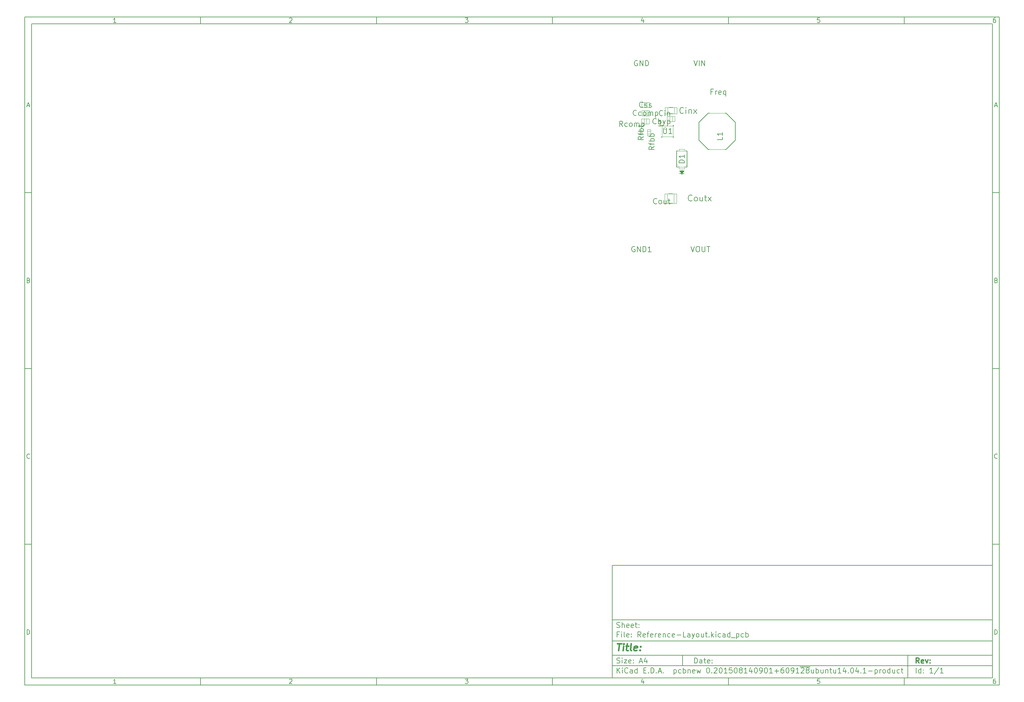
<source format=gbr>
G04 #@! TF.FileFunction,Legend,Top*
%FSLAX46Y46*%
G04 Gerber Fmt 4.6, Leading zero omitted, Abs format (unit mm)*
G04 Created by KiCad (PCBNEW 0.201508140901+6091~28~ubuntu14.04.1-product) date Tue 03 Nov 2015 04:29:36 AM PST*
%MOMM*%
G01*
G04 APERTURE LIST*
%ADD10C,0.076200*%
%ADD11C,0.150000*%
%ADD12C,0.300000*%
%ADD13C,0.400000*%
%ADD14C,0.142240*%
%ADD15C,0.152400*%
%ADD16C,0.100000*%
%ADD17C,0.200000*%
%ADD18C,0.101600*%
G04 APERTURE END LIST*
D10*
D11*
X177002200Y-166007200D02*
X177002200Y-198007200D01*
X285002200Y-198007200D01*
X285002200Y-166007200D01*
X177002200Y-166007200D01*
D10*
D11*
X10000000Y-10000000D02*
X10000000Y-200007200D01*
X287002200Y-200007200D01*
X287002200Y-10000000D01*
X10000000Y-10000000D01*
D10*
D11*
X12000000Y-12000000D02*
X12000000Y-198007200D01*
X285002200Y-198007200D01*
X285002200Y-12000000D01*
X12000000Y-12000000D01*
D10*
D11*
X60000000Y-12000000D02*
X60000000Y-10000000D01*
D10*
D11*
X110000000Y-12000000D02*
X110000000Y-10000000D01*
D10*
D11*
X160000000Y-12000000D02*
X160000000Y-10000000D01*
D10*
D11*
X210000000Y-12000000D02*
X210000000Y-10000000D01*
D10*
D11*
X260000000Y-12000000D02*
X260000000Y-10000000D01*
D10*
D11*
X35990476Y-11588095D02*
X35247619Y-11588095D01*
X35619048Y-11588095D02*
X35619048Y-10288095D01*
X35495238Y-10473810D01*
X35371429Y-10597619D01*
X35247619Y-10659524D01*
D10*
D11*
X85247619Y-10411905D02*
X85309524Y-10350000D01*
X85433333Y-10288095D01*
X85742857Y-10288095D01*
X85866667Y-10350000D01*
X85928571Y-10411905D01*
X85990476Y-10535714D01*
X85990476Y-10659524D01*
X85928571Y-10845238D01*
X85185714Y-11588095D01*
X85990476Y-11588095D01*
D10*
D11*
X135185714Y-10288095D02*
X135990476Y-10288095D01*
X135557143Y-10783333D01*
X135742857Y-10783333D01*
X135866667Y-10845238D01*
X135928571Y-10907143D01*
X135990476Y-11030952D01*
X135990476Y-11340476D01*
X135928571Y-11464286D01*
X135866667Y-11526190D01*
X135742857Y-11588095D01*
X135371429Y-11588095D01*
X135247619Y-11526190D01*
X135185714Y-11464286D01*
D10*
D11*
X185866667Y-10721429D02*
X185866667Y-11588095D01*
X185557143Y-10226190D02*
X185247619Y-11154762D01*
X186052381Y-11154762D01*
D10*
D11*
X235928571Y-10288095D02*
X235309524Y-10288095D01*
X235247619Y-10907143D01*
X235309524Y-10845238D01*
X235433333Y-10783333D01*
X235742857Y-10783333D01*
X235866667Y-10845238D01*
X235928571Y-10907143D01*
X235990476Y-11030952D01*
X235990476Y-11340476D01*
X235928571Y-11464286D01*
X235866667Y-11526190D01*
X235742857Y-11588095D01*
X235433333Y-11588095D01*
X235309524Y-11526190D01*
X235247619Y-11464286D01*
D10*
D11*
X285866667Y-10288095D02*
X285619048Y-10288095D01*
X285495238Y-10350000D01*
X285433333Y-10411905D01*
X285309524Y-10597619D01*
X285247619Y-10845238D01*
X285247619Y-11340476D01*
X285309524Y-11464286D01*
X285371429Y-11526190D01*
X285495238Y-11588095D01*
X285742857Y-11588095D01*
X285866667Y-11526190D01*
X285928571Y-11464286D01*
X285990476Y-11340476D01*
X285990476Y-11030952D01*
X285928571Y-10907143D01*
X285866667Y-10845238D01*
X285742857Y-10783333D01*
X285495238Y-10783333D01*
X285371429Y-10845238D01*
X285309524Y-10907143D01*
X285247619Y-11030952D01*
D10*
D11*
X60000000Y-198007200D02*
X60000000Y-200007200D01*
D10*
D11*
X110000000Y-198007200D02*
X110000000Y-200007200D01*
D10*
D11*
X160000000Y-198007200D02*
X160000000Y-200007200D01*
D10*
D11*
X210000000Y-198007200D02*
X210000000Y-200007200D01*
D10*
D11*
X260000000Y-198007200D02*
X260000000Y-200007200D01*
D10*
D11*
X35990476Y-199595295D02*
X35247619Y-199595295D01*
X35619048Y-199595295D02*
X35619048Y-198295295D01*
X35495238Y-198481010D01*
X35371429Y-198604819D01*
X35247619Y-198666724D01*
D10*
D11*
X85247619Y-198419105D02*
X85309524Y-198357200D01*
X85433333Y-198295295D01*
X85742857Y-198295295D01*
X85866667Y-198357200D01*
X85928571Y-198419105D01*
X85990476Y-198542914D01*
X85990476Y-198666724D01*
X85928571Y-198852438D01*
X85185714Y-199595295D01*
X85990476Y-199595295D01*
D10*
D11*
X135185714Y-198295295D02*
X135990476Y-198295295D01*
X135557143Y-198790533D01*
X135742857Y-198790533D01*
X135866667Y-198852438D01*
X135928571Y-198914343D01*
X135990476Y-199038152D01*
X135990476Y-199347676D01*
X135928571Y-199471486D01*
X135866667Y-199533390D01*
X135742857Y-199595295D01*
X135371429Y-199595295D01*
X135247619Y-199533390D01*
X135185714Y-199471486D01*
D10*
D11*
X185866667Y-198728629D02*
X185866667Y-199595295D01*
X185557143Y-198233390D02*
X185247619Y-199161962D01*
X186052381Y-199161962D01*
D10*
D11*
X235928571Y-198295295D02*
X235309524Y-198295295D01*
X235247619Y-198914343D01*
X235309524Y-198852438D01*
X235433333Y-198790533D01*
X235742857Y-198790533D01*
X235866667Y-198852438D01*
X235928571Y-198914343D01*
X235990476Y-199038152D01*
X235990476Y-199347676D01*
X235928571Y-199471486D01*
X235866667Y-199533390D01*
X235742857Y-199595295D01*
X235433333Y-199595295D01*
X235309524Y-199533390D01*
X235247619Y-199471486D01*
D10*
D11*
X285866667Y-198295295D02*
X285619048Y-198295295D01*
X285495238Y-198357200D01*
X285433333Y-198419105D01*
X285309524Y-198604819D01*
X285247619Y-198852438D01*
X285247619Y-199347676D01*
X285309524Y-199471486D01*
X285371429Y-199533390D01*
X285495238Y-199595295D01*
X285742857Y-199595295D01*
X285866667Y-199533390D01*
X285928571Y-199471486D01*
X285990476Y-199347676D01*
X285990476Y-199038152D01*
X285928571Y-198914343D01*
X285866667Y-198852438D01*
X285742857Y-198790533D01*
X285495238Y-198790533D01*
X285371429Y-198852438D01*
X285309524Y-198914343D01*
X285247619Y-199038152D01*
D10*
D11*
X10000000Y-60000000D02*
X12000000Y-60000000D01*
D10*
D11*
X10000000Y-110000000D02*
X12000000Y-110000000D01*
D10*
D11*
X10000000Y-160000000D02*
X12000000Y-160000000D01*
D10*
D11*
X10690476Y-35216667D02*
X11309524Y-35216667D01*
X10566667Y-35588095D02*
X11000000Y-34288095D01*
X11433333Y-35588095D01*
D10*
D11*
X11092857Y-84907143D02*
X11278571Y-84969048D01*
X11340476Y-85030952D01*
X11402381Y-85154762D01*
X11402381Y-85340476D01*
X11340476Y-85464286D01*
X11278571Y-85526190D01*
X11154762Y-85588095D01*
X10659524Y-85588095D01*
X10659524Y-84288095D01*
X11092857Y-84288095D01*
X11216667Y-84350000D01*
X11278571Y-84411905D01*
X11340476Y-84535714D01*
X11340476Y-84659524D01*
X11278571Y-84783333D01*
X11216667Y-84845238D01*
X11092857Y-84907143D01*
X10659524Y-84907143D01*
D10*
D11*
X11402381Y-135464286D02*
X11340476Y-135526190D01*
X11154762Y-135588095D01*
X11030952Y-135588095D01*
X10845238Y-135526190D01*
X10721429Y-135402381D01*
X10659524Y-135278571D01*
X10597619Y-135030952D01*
X10597619Y-134845238D01*
X10659524Y-134597619D01*
X10721429Y-134473810D01*
X10845238Y-134350000D01*
X11030952Y-134288095D01*
X11154762Y-134288095D01*
X11340476Y-134350000D01*
X11402381Y-134411905D01*
D10*
D11*
X10659524Y-185588095D02*
X10659524Y-184288095D01*
X10969048Y-184288095D01*
X11154762Y-184350000D01*
X11278571Y-184473810D01*
X11340476Y-184597619D01*
X11402381Y-184845238D01*
X11402381Y-185030952D01*
X11340476Y-185278571D01*
X11278571Y-185402381D01*
X11154762Y-185526190D01*
X10969048Y-185588095D01*
X10659524Y-185588095D01*
D10*
D11*
X287002200Y-60000000D02*
X285002200Y-60000000D01*
D10*
D11*
X287002200Y-110000000D02*
X285002200Y-110000000D01*
D10*
D11*
X287002200Y-160000000D02*
X285002200Y-160000000D01*
D10*
D11*
X285692676Y-35216667D02*
X286311724Y-35216667D01*
X285568867Y-35588095D02*
X286002200Y-34288095D01*
X286435533Y-35588095D01*
D10*
D11*
X286095057Y-84907143D02*
X286280771Y-84969048D01*
X286342676Y-85030952D01*
X286404581Y-85154762D01*
X286404581Y-85340476D01*
X286342676Y-85464286D01*
X286280771Y-85526190D01*
X286156962Y-85588095D01*
X285661724Y-85588095D01*
X285661724Y-84288095D01*
X286095057Y-84288095D01*
X286218867Y-84350000D01*
X286280771Y-84411905D01*
X286342676Y-84535714D01*
X286342676Y-84659524D01*
X286280771Y-84783333D01*
X286218867Y-84845238D01*
X286095057Y-84907143D01*
X285661724Y-84907143D01*
D10*
D11*
X286404581Y-135464286D02*
X286342676Y-135526190D01*
X286156962Y-135588095D01*
X286033152Y-135588095D01*
X285847438Y-135526190D01*
X285723629Y-135402381D01*
X285661724Y-135278571D01*
X285599819Y-135030952D01*
X285599819Y-134845238D01*
X285661724Y-134597619D01*
X285723629Y-134473810D01*
X285847438Y-134350000D01*
X286033152Y-134288095D01*
X286156962Y-134288095D01*
X286342676Y-134350000D01*
X286404581Y-134411905D01*
D10*
D11*
X285661724Y-185588095D02*
X285661724Y-184288095D01*
X285971248Y-184288095D01*
X286156962Y-184350000D01*
X286280771Y-184473810D01*
X286342676Y-184597619D01*
X286404581Y-184845238D01*
X286404581Y-185030952D01*
X286342676Y-185278571D01*
X286280771Y-185402381D01*
X286156962Y-185526190D01*
X285971248Y-185588095D01*
X285661724Y-185588095D01*
D10*
D11*
X200359343Y-193785771D02*
X200359343Y-192285771D01*
X200716486Y-192285771D01*
X200930771Y-192357200D01*
X201073629Y-192500057D01*
X201145057Y-192642914D01*
X201216486Y-192928629D01*
X201216486Y-193142914D01*
X201145057Y-193428629D01*
X201073629Y-193571486D01*
X200930771Y-193714343D01*
X200716486Y-193785771D01*
X200359343Y-193785771D01*
X202502200Y-193785771D02*
X202502200Y-193000057D01*
X202430771Y-192857200D01*
X202287914Y-192785771D01*
X202002200Y-192785771D01*
X201859343Y-192857200D01*
X202502200Y-193714343D02*
X202359343Y-193785771D01*
X202002200Y-193785771D01*
X201859343Y-193714343D01*
X201787914Y-193571486D01*
X201787914Y-193428629D01*
X201859343Y-193285771D01*
X202002200Y-193214343D01*
X202359343Y-193214343D01*
X202502200Y-193142914D01*
X203002200Y-192785771D02*
X203573629Y-192785771D01*
X203216486Y-192285771D02*
X203216486Y-193571486D01*
X203287914Y-193714343D01*
X203430772Y-193785771D01*
X203573629Y-193785771D01*
X204645057Y-193714343D02*
X204502200Y-193785771D01*
X204216486Y-193785771D01*
X204073629Y-193714343D01*
X204002200Y-193571486D01*
X204002200Y-193000057D01*
X204073629Y-192857200D01*
X204216486Y-192785771D01*
X204502200Y-192785771D01*
X204645057Y-192857200D01*
X204716486Y-193000057D01*
X204716486Y-193142914D01*
X204002200Y-193285771D01*
X205359343Y-193642914D02*
X205430771Y-193714343D01*
X205359343Y-193785771D01*
X205287914Y-193714343D01*
X205359343Y-193642914D01*
X205359343Y-193785771D01*
X205359343Y-192857200D02*
X205430771Y-192928629D01*
X205359343Y-193000057D01*
X205287914Y-192928629D01*
X205359343Y-192857200D01*
X205359343Y-193000057D01*
D10*
D11*
X177002200Y-194507200D02*
X285002200Y-194507200D01*
D10*
D11*
X178359343Y-196585771D02*
X178359343Y-195085771D01*
X179216486Y-196585771D02*
X178573629Y-195728629D01*
X179216486Y-195085771D02*
X178359343Y-195942914D01*
X179859343Y-196585771D02*
X179859343Y-195585771D01*
X179859343Y-195085771D02*
X179787914Y-195157200D01*
X179859343Y-195228629D01*
X179930771Y-195157200D01*
X179859343Y-195085771D01*
X179859343Y-195228629D01*
X181430772Y-196442914D02*
X181359343Y-196514343D01*
X181145057Y-196585771D01*
X181002200Y-196585771D01*
X180787915Y-196514343D01*
X180645057Y-196371486D01*
X180573629Y-196228629D01*
X180502200Y-195942914D01*
X180502200Y-195728629D01*
X180573629Y-195442914D01*
X180645057Y-195300057D01*
X180787915Y-195157200D01*
X181002200Y-195085771D01*
X181145057Y-195085771D01*
X181359343Y-195157200D01*
X181430772Y-195228629D01*
X182716486Y-196585771D02*
X182716486Y-195800057D01*
X182645057Y-195657200D01*
X182502200Y-195585771D01*
X182216486Y-195585771D01*
X182073629Y-195657200D01*
X182716486Y-196514343D02*
X182573629Y-196585771D01*
X182216486Y-196585771D01*
X182073629Y-196514343D01*
X182002200Y-196371486D01*
X182002200Y-196228629D01*
X182073629Y-196085771D01*
X182216486Y-196014343D01*
X182573629Y-196014343D01*
X182716486Y-195942914D01*
X184073629Y-196585771D02*
X184073629Y-195085771D01*
X184073629Y-196514343D02*
X183930772Y-196585771D01*
X183645058Y-196585771D01*
X183502200Y-196514343D01*
X183430772Y-196442914D01*
X183359343Y-196300057D01*
X183359343Y-195871486D01*
X183430772Y-195728629D01*
X183502200Y-195657200D01*
X183645058Y-195585771D01*
X183930772Y-195585771D01*
X184073629Y-195657200D01*
X185930772Y-195800057D02*
X186430772Y-195800057D01*
X186645058Y-196585771D02*
X185930772Y-196585771D01*
X185930772Y-195085771D01*
X186645058Y-195085771D01*
X187287915Y-196442914D02*
X187359343Y-196514343D01*
X187287915Y-196585771D01*
X187216486Y-196514343D01*
X187287915Y-196442914D01*
X187287915Y-196585771D01*
X188002201Y-196585771D02*
X188002201Y-195085771D01*
X188359344Y-195085771D01*
X188573629Y-195157200D01*
X188716487Y-195300057D01*
X188787915Y-195442914D01*
X188859344Y-195728629D01*
X188859344Y-195942914D01*
X188787915Y-196228629D01*
X188716487Y-196371486D01*
X188573629Y-196514343D01*
X188359344Y-196585771D01*
X188002201Y-196585771D01*
X189502201Y-196442914D02*
X189573629Y-196514343D01*
X189502201Y-196585771D01*
X189430772Y-196514343D01*
X189502201Y-196442914D01*
X189502201Y-196585771D01*
X190145058Y-196157200D02*
X190859344Y-196157200D01*
X190002201Y-196585771D02*
X190502201Y-195085771D01*
X191002201Y-196585771D01*
X191502201Y-196442914D02*
X191573629Y-196514343D01*
X191502201Y-196585771D01*
X191430772Y-196514343D01*
X191502201Y-196442914D01*
X191502201Y-196585771D01*
X194502201Y-195585771D02*
X194502201Y-197085771D01*
X194502201Y-195657200D02*
X194645058Y-195585771D01*
X194930772Y-195585771D01*
X195073629Y-195657200D01*
X195145058Y-195728629D01*
X195216487Y-195871486D01*
X195216487Y-196300057D01*
X195145058Y-196442914D01*
X195073629Y-196514343D01*
X194930772Y-196585771D01*
X194645058Y-196585771D01*
X194502201Y-196514343D01*
X196502201Y-196514343D02*
X196359344Y-196585771D01*
X196073630Y-196585771D01*
X195930772Y-196514343D01*
X195859344Y-196442914D01*
X195787915Y-196300057D01*
X195787915Y-195871486D01*
X195859344Y-195728629D01*
X195930772Y-195657200D01*
X196073630Y-195585771D01*
X196359344Y-195585771D01*
X196502201Y-195657200D01*
X197145058Y-196585771D02*
X197145058Y-195085771D01*
X197145058Y-195657200D02*
X197287915Y-195585771D01*
X197573629Y-195585771D01*
X197716486Y-195657200D01*
X197787915Y-195728629D01*
X197859344Y-195871486D01*
X197859344Y-196300057D01*
X197787915Y-196442914D01*
X197716486Y-196514343D01*
X197573629Y-196585771D01*
X197287915Y-196585771D01*
X197145058Y-196514343D01*
X198502201Y-195585771D02*
X198502201Y-196585771D01*
X198502201Y-195728629D02*
X198573629Y-195657200D01*
X198716487Y-195585771D01*
X198930772Y-195585771D01*
X199073629Y-195657200D01*
X199145058Y-195800057D01*
X199145058Y-196585771D01*
X200430772Y-196514343D02*
X200287915Y-196585771D01*
X200002201Y-196585771D01*
X199859344Y-196514343D01*
X199787915Y-196371486D01*
X199787915Y-195800057D01*
X199859344Y-195657200D01*
X200002201Y-195585771D01*
X200287915Y-195585771D01*
X200430772Y-195657200D01*
X200502201Y-195800057D01*
X200502201Y-195942914D01*
X199787915Y-196085771D01*
X201002201Y-195585771D02*
X201287915Y-196585771D01*
X201573629Y-195871486D01*
X201859344Y-196585771D01*
X202145058Y-195585771D01*
X204145058Y-195085771D02*
X204287915Y-195085771D01*
X204430772Y-195157200D01*
X204502201Y-195228629D01*
X204573630Y-195371486D01*
X204645058Y-195657200D01*
X204645058Y-196014343D01*
X204573630Y-196300057D01*
X204502201Y-196442914D01*
X204430772Y-196514343D01*
X204287915Y-196585771D01*
X204145058Y-196585771D01*
X204002201Y-196514343D01*
X203930772Y-196442914D01*
X203859344Y-196300057D01*
X203787915Y-196014343D01*
X203787915Y-195657200D01*
X203859344Y-195371486D01*
X203930772Y-195228629D01*
X204002201Y-195157200D01*
X204145058Y-195085771D01*
X205287915Y-196442914D02*
X205359343Y-196514343D01*
X205287915Y-196585771D01*
X205216486Y-196514343D01*
X205287915Y-196442914D01*
X205287915Y-196585771D01*
X205930772Y-195228629D02*
X206002201Y-195157200D01*
X206145058Y-195085771D01*
X206502201Y-195085771D01*
X206645058Y-195157200D01*
X206716487Y-195228629D01*
X206787915Y-195371486D01*
X206787915Y-195514343D01*
X206716487Y-195728629D01*
X205859344Y-196585771D01*
X206787915Y-196585771D01*
X207716486Y-195085771D02*
X207859343Y-195085771D01*
X208002200Y-195157200D01*
X208073629Y-195228629D01*
X208145058Y-195371486D01*
X208216486Y-195657200D01*
X208216486Y-196014343D01*
X208145058Y-196300057D01*
X208073629Y-196442914D01*
X208002200Y-196514343D01*
X207859343Y-196585771D01*
X207716486Y-196585771D01*
X207573629Y-196514343D01*
X207502200Y-196442914D01*
X207430772Y-196300057D01*
X207359343Y-196014343D01*
X207359343Y-195657200D01*
X207430772Y-195371486D01*
X207502200Y-195228629D01*
X207573629Y-195157200D01*
X207716486Y-195085771D01*
X209645057Y-196585771D02*
X208787914Y-196585771D01*
X209216486Y-196585771D02*
X209216486Y-195085771D01*
X209073629Y-195300057D01*
X208930771Y-195442914D01*
X208787914Y-195514343D01*
X211002200Y-195085771D02*
X210287914Y-195085771D01*
X210216485Y-195800057D01*
X210287914Y-195728629D01*
X210430771Y-195657200D01*
X210787914Y-195657200D01*
X210930771Y-195728629D01*
X211002200Y-195800057D01*
X211073628Y-195942914D01*
X211073628Y-196300057D01*
X211002200Y-196442914D01*
X210930771Y-196514343D01*
X210787914Y-196585771D01*
X210430771Y-196585771D01*
X210287914Y-196514343D01*
X210216485Y-196442914D01*
X212002199Y-195085771D02*
X212145056Y-195085771D01*
X212287913Y-195157200D01*
X212359342Y-195228629D01*
X212430771Y-195371486D01*
X212502199Y-195657200D01*
X212502199Y-196014343D01*
X212430771Y-196300057D01*
X212359342Y-196442914D01*
X212287913Y-196514343D01*
X212145056Y-196585771D01*
X212002199Y-196585771D01*
X211859342Y-196514343D01*
X211787913Y-196442914D01*
X211716485Y-196300057D01*
X211645056Y-196014343D01*
X211645056Y-195657200D01*
X211716485Y-195371486D01*
X211787913Y-195228629D01*
X211859342Y-195157200D01*
X212002199Y-195085771D01*
X213359342Y-195728629D02*
X213216484Y-195657200D01*
X213145056Y-195585771D01*
X213073627Y-195442914D01*
X213073627Y-195371486D01*
X213145056Y-195228629D01*
X213216484Y-195157200D01*
X213359342Y-195085771D01*
X213645056Y-195085771D01*
X213787913Y-195157200D01*
X213859342Y-195228629D01*
X213930770Y-195371486D01*
X213930770Y-195442914D01*
X213859342Y-195585771D01*
X213787913Y-195657200D01*
X213645056Y-195728629D01*
X213359342Y-195728629D01*
X213216484Y-195800057D01*
X213145056Y-195871486D01*
X213073627Y-196014343D01*
X213073627Y-196300057D01*
X213145056Y-196442914D01*
X213216484Y-196514343D01*
X213359342Y-196585771D01*
X213645056Y-196585771D01*
X213787913Y-196514343D01*
X213859342Y-196442914D01*
X213930770Y-196300057D01*
X213930770Y-196014343D01*
X213859342Y-195871486D01*
X213787913Y-195800057D01*
X213645056Y-195728629D01*
X215359341Y-196585771D02*
X214502198Y-196585771D01*
X214930770Y-196585771D02*
X214930770Y-195085771D01*
X214787913Y-195300057D01*
X214645055Y-195442914D01*
X214502198Y-195514343D01*
X216645055Y-195585771D02*
X216645055Y-196585771D01*
X216287912Y-195014343D02*
X215930769Y-196085771D01*
X216859341Y-196085771D01*
X217716483Y-195085771D02*
X217859340Y-195085771D01*
X218002197Y-195157200D01*
X218073626Y-195228629D01*
X218145055Y-195371486D01*
X218216483Y-195657200D01*
X218216483Y-196014343D01*
X218145055Y-196300057D01*
X218073626Y-196442914D01*
X218002197Y-196514343D01*
X217859340Y-196585771D01*
X217716483Y-196585771D01*
X217573626Y-196514343D01*
X217502197Y-196442914D01*
X217430769Y-196300057D01*
X217359340Y-196014343D01*
X217359340Y-195657200D01*
X217430769Y-195371486D01*
X217502197Y-195228629D01*
X217573626Y-195157200D01*
X217716483Y-195085771D01*
X218930768Y-196585771D02*
X219216483Y-196585771D01*
X219359340Y-196514343D01*
X219430768Y-196442914D01*
X219573626Y-196228629D01*
X219645054Y-195942914D01*
X219645054Y-195371486D01*
X219573626Y-195228629D01*
X219502197Y-195157200D01*
X219359340Y-195085771D01*
X219073626Y-195085771D01*
X218930768Y-195157200D01*
X218859340Y-195228629D01*
X218787911Y-195371486D01*
X218787911Y-195728629D01*
X218859340Y-195871486D01*
X218930768Y-195942914D01*
X219073626Y-196014343D01*
X219359340Y-196014343D01*
X219502197Y-195942914D01*
X219573626Y-195871486D01*
X219645054Y-195728629D01*
X220573625Y-195085771D02*
X220716482Y-195085771D01*
X220859339Y-195157200D01*
X220930768Y-195228629D01*
X221002197Y-195371486D01*
X221073625Y-195657200D01*
X221073625Y-196014343D01*
X221002197Y-196300057D01*
X220930768Y-196442914D01*
X220859339Y-196514343D01*
X220716482Y-196585771D01*
X220573625Y-196585771D01*
X220430768Y-196514343D01*
X220359339Y-196442914D01*
X220287911Y-196300057D01*
X220216482Y-196014343D01*
X220216482Y-195657200D01*
X220287911Y-195371486D01*
X220359339Y-195228629D01*
X220430768Y-195157200D01*
X220573625Y-195085771D01*
X222502196Y-196585771D02*
X221645053Y-196585771D01*
X222073625Y-196585771D02*
X222073625Y-195085771D01*
X221930768Y-195300057D01*
X221787910Y-195442914D01*
X221645053Y-195514343D01*
X223145053Y-196014343D02*
X224287910Y-196014343D01*
X223716481Y-196585771D02*
X223716481Y-195442914D01*
X225645053Y-195085771D02*
X225359339Y-195085771D01*
X225216482Y-195157200D01*
X225145053Y-195228629D01*
X225002196Y-195442914D01*
X224930767Y-195728629D01*
X224930767Y-196300057D01*
X225002196Y-196442914D01*
X225073624Y-196514343D01*
X225216482Y-196585771D01*
X225502196Y-196585771D01*
X225645053Y-196514343D01*
X225716482Y-196442914D01*
X225787910Y-196300057D01*
X225787910Y-195942914D01*
X225716482Y-195800057D01*
X225645053Y-195728629D01*
X225502196Y-195657200D01*
X225216482Y-195657200D01*
X225073624Y-195728629D01*
X225002196Y-195800057D01*
X224930767Y-195942914D01*
X226716481Y-195085771D02*
X226859338Y-195085771D01*
X227002195Y-195157200D01*
X227073624Y-195228629D01*
X227145053Y-195371486D01*
X227216481Y-195657200D01*
X227216481Y-196014343D01*
X227145053Y-196300057D01*
X227073624Y-196442914D01*
X227002195Y-196514343D01*
X226859338Y-196585771D01*
X226716481Y-196585771D01*
X226573624Y-196514343D01*
X226502195Y-196442914D01*
X226430767Y-196300057D01*
X226359338Y-196014343D01*
X226359338Y-195657200D01*
X226430767Y-195371486D01*
X226502195Y-195228629D01*
X226573624Y-195157200D01*
X226716481Y-195085771D01*
X227930766Y-196585771D02*
X228216481Y-196585771D01*
X228359338Y-196514343D01*
X228430766Y-196442914D01*
X228573624Y-196228629D01*
X228645052Y-195942914D01*
X228645052Y-195371486D01*
X228573624Y-195228629D01*
X228502195Y-195157200D01*
X228359338Y-195085771D01*
X228073624Y-195085771D01*
X227930766Y-195157200D01*
X227859338Y-195228629D01*
X227787909Y-195371486D01*
X227787909Y-195728629D01*
X227859338Y-195871486D01*
X227930766Y-195942914D01*
X228073624Y-196014343D01*
X228359338Y-196014343D01*
X228502195Y-195942914D01*
X228573624Y-195871486D01*
X228645052Y-195728629D01*
X230073623Y-196585771D02*
X229216480Y-196585771D01*
X229645052Y-196585771D02*
X229645052Y-195085771D01*
X229502195Y-195300057D01*
X229359337Y-195442914D01*
X229216480Y-195514343D01*
X230645051Y-195228629D02*
X230716480Y-195157200D01*
X230859337Y-195085771D01*
X231216480Y-195085771D01*
X231359337Y-195157200D01*
X231430766Y-195228629D01*
X231502194Y-195371486D01*
X231502194Y-195514343D01*
X231430766Y-195728629D01*
X230573623Y-196585771D01*
X231502194Y-196585771D01*
X232359337Y-195728629D02*
X232216479Y-195657200D01*
X232145051Y-195585771D01*
X232073622Y-195442914D01*
X232073622Y-195371486D01*
X232145051Y-195228629D01*
X232216479Y-195157200D01*
X232359337Y-195085771D01*
X232645051Y-195085771D01*
X232787908Y-195157200D01*
X232859337Y-195228629D01*
X232930765Y-195371486D01*
X232930765Y-195442914D01*
X232859337Y-195585771D01*
X232787908Y-195657200D01*
X232645051Y-195728629D01*
X232359337Y-195728629D01*
X232216479Y-195800057D01*
X232145051Y-195871486D01*
X232073622Y-196014343D01*
X232073622Y-196300057D01*
X232145051Y-196442914D01*
X232216479Y-196514343D01*
X232359337Y-196585771D01*
X232645051Y-196585771D01*
X232787908Y-196514343D01*
X232859337Y-196442914D01*
X232930765Y-196300057D01*
X232930765Y-196014343D01*
X232859337Y-195871486D01*
X232787908Y-195800057D01*
X232645051Y-195728629D01*
X230359337Y-194827200D02*
X233216479Y-194827200D01*
X234216479Y-195585771D02*
X234216479Y-196585771D01*
X233573622Y-195585771D02*
X233573622Y-196371486D01*
X233645050Y-196514343D01*
X233787908Y-196585771D01*
X234002193Y-196585771D01*
X234145050Y-196514343D01*
X234216479Y-196442914D01*
X234930765Y-196585771D02*
X234930765Y-195085771D01*
X234930765Y-195657200D02*
X235073622Y-195585771D01*
X235359336Y-195585771D01*
X235502193Y-195657200D01*
X235573622Y-195728629D01*
X235645051Y-195871486D01*
X235645051Y-196300057D01*
X235573622Y-196442914D01*
X235502193Y-196514343D01*
X235359336Y-196585771D01*
X235073622Y-196585771D01*
X234930765Y-196514343D01*
X236930765Y-195585771D02*
X236930765Y-196585771D01*
X236287908Y-195585771D02*
X236287908Y-196371486D01*
X236359336Y-196514343D01*
X236502194Y-196585771D01*
X236716479Y-196585771D01*
X236859336Y-196514343D01*
X236930765Y-196442914D01*
X237645051Y-195585771D02*
X237645051Y-196585771D01*
X237645051Y-195728629D02*
X237716479Y-195657200D01*
X237859337Y-195585771D01*
X238073622Y-195585771D01*
X238216479Y-195657200D01*
X238287908Y-195800057D01*
X238287908Y-196585771D01*
X238787908Y-195585771D02*
X239359337Y-195585771D01*
X239002194Y-195085771D02*
X239002194Y-196371486D01*
X239073622Y-196514343D01*
X239216480Y-196585771D01*
X239359337Y-196585771D01*
X240502194Y-195585771D02*
X240502194Y-196585771D01*
X239859337Y-195585771D02*
X239859337Y-196371486D01*
X239930765Y-196514343D01*
X240073623Y-196585771D01*
X240287908Y-196585771D01*
X240430765Y-196514343D01*
X240502194Y-196442914D01*
X242002194Y-196585771D02*
X241145051Y-196585771D01*
X241573623Y-196585771D02*
X241573623Y-195085771D01*
X241430766Y-195300057D01*
X241287908Y-195442914D01*
X241145051Y-195514343D01*
X243287908Y-195585771D02*
X243287908Y-196585771D01*
X242930765Y-195014343D02*
X242573622Y-196085771D01*
X243502194Y-196085771D01*
X244073622Y-196442914D02*
X244145050Y-196514343D01*
X244073622Y-196585771D01*
X244002193Y-196514343D01*
X244073622Y-196442914D01*
X244073622Y-196585771D01*
X245073622Y-195085771D02*
X245216479Y-195085771D01*
X245359336Y-195157200D01*
X245430765Y-195228629D01*
X245502194Y-195371486D01*
X245573622Y-195657200D01*
X245573622Y-196014343D01*
X245502194Y-196300057D01*
X245430765Y-196442914D01*
X245359336Y-196514343D01*
X245216479Y-196585771D01*
X245073622Y-196585771D01*
X244930765Y-196514343D01*
X244859336Y-196442914D01*
X244787908Y-196300057D01*
X244716479Y-196014343D01*
X244716479Y-195657200D01*
X244787908Y-195371486D01*
X244859336Y-195228629D01*
X244930765Y-195157200D01*
X245073622Y-195085771D01*
X246859336Y-195585771D02*
X246859336Y-196585771D01*
X246502193Y-195014343D02*
X246145050Y-196085771D01*
X247073622Y-196085771D01*
X247645050Y-196442914D02*
X247716478Y-196514343D01*
X247645050Y-196585771D01*
X247573621Y-196514343D01*
X247645050Y-196442914D01*
X247645050Y-196585771D01*
X249145050Y-196585771D02*
X248287907Y-196585771D01*
X248716479Y-196585771D02*
X248716479Y-195085771D01*
X248573622Y-195300057D01*
X248430764Y-195442914D01*
X248287907Y-195514343D01*
X249787907Y-196014343D02*
X250930764Y-196014343D01*
X251645050Y-195585771D02*
X251645050Y-197085771D01*
X251645050Y-195657200D02*
X251787907Y-195585771D01*
X252073621Y-195585771D01*
X252216478Y-195657200D01*
X252287907Y-195728629D01*
X252359336Y-195871486D01*
X252359336Y-196300057D01*
X252287907Y-196442914D01*
X252216478Y-196514343D01*
X252073621Y-196585771D01*
X251787907Y-196585771D01*
X251645050Y-196514343D01*
X253002193Y-196585771D02*
X253002193Y-195585771D01*
X253002193Y-195871486D02*
X253073621Y-195728629D01*
X253145050Y-195657200D01*
X253287907Y-195585771D01*
X253430764Y-195585771D01*
X254145050Y-196585771D02*
X254002192Y-196514343D01*
X253930764Y-196442914D01*
X253859335Y-196300057D01*
X253859335Y-195871486D01*
X253930764Y-195728629D01*
X254002192Y-195657200D01*
X254145050Y-195585771D01*
X254359335Y-195585771D01*
X254502192Y-195657200D01*
X254573621Y-195728629D01*
X254645050Y-195871486D01*
X254645050Y-196300057D01*
X254573621Y-196442914D01*
X254502192Y-196514343D01*
X254359335Y-196585771D01*
X254145050Y-196585771D01*
X255930764Y-196585771D02*
X255930764Y-195085771D01*
X255930764Y-196514343D02*
X255787907Y-196585771D01*
X255502193Y-196585771D01*
X255359335Y-196514343D01*
X255287907Y-196442914D01*
X255216478Y-196300057D01*
X255216478Y-195871486D01*
X255287907Y-195728629D01*
X255359335Y-195657200D01*
X255502193Y-195585771D01*
X255787907Y-195585771D01*
X255930764Y-195657200D01*
X257287907Y-195585771D02*
X257287907Y-196585771D01*
X256645050Y-195585771D02*
X256645050Y-196371486D01*
X256716478Y-196514343D01*
X256859336Y-196585771D01*
X257073621Y-196585771D01*
X257216478Y-196514343D01*
X257287907Y-196442914D01*
X258645050Y-196514343D02*
X258502193Y-196585771D01*
X258216479Y-196585771D01*
X258073621Y-196514343D01*
X258002193Y-196442914D01*
X257930764Y-196300057D01*
X257930764Y-195871486D01*
X258002193Y-195728629D01*
X258073621Y-195657200D01*
X258216479Y-195585771D01*
X258502193Y-195585771D01*
X258645050Y-195657200D01*
X259073621Y-195585771D02*
X259645050Y-195585771D01*
X259287907Y-195085771D02*
X259287907Y-196371486D01*
X259359335Y-196514343D01*
X259502193Y-196585771D01*
X259645050Y-196585771D01*
D10*
D11*
X177002200Y-191507200D02*
X285002200Y-191507200D01*
D10*
D12*
X264216486Y-193785771D02*
X263716486Y-193071486D01*
X263359343Y-193785771D02*
X263359343Y-192285771D01*
X263930771Y-192285771D01*
X264073629Y-192357200D01*
X264145057Y-192428629D01*
X264216486Y-192571486D01*
X264216486Y-192785771D01*
X264145057Y-192928629D01*
X264073629Y-193000057D01*
X263930771Y-193071486D01*
X263359343Y-193071486D01*
X265430771Y-193714343D02*
X265287914Y-193785771D01*
X265002200Y-193785771D01*
X264859343Y-193714343D01*
X264787914Y-193571486D01*
X264787914Y-193000057D01*
X264859343Y-192857200D01*
X265002200Y-192785771D01*
X265287914Y-192785771D01*
X265430771Y-192857200D01*
X265502200Y-193000057D01*
X265502200Y-193142914D01*
X264787914Y-193285771D01*
X266002200Y-192785771D02*
X266359343Y-193785771D01*
X266716485Y-192785771D01*
X267287914Y-193642914D02*
X267359342Y-193714343D01*
X267287914Y-193785771D01*
X267216485Y-193714343D01*
X267287914Y-193642914D01*
X267287914Y-193785771D01*
X267287914Y-192857200D02*
X267359342Y-192928629D01*
X267287914Y-193000057D01*
X267216485Y-192928629D01*
X267287914Y-192857200D01*
X267287914Y-193000057D01*
D10*
D11*
X178287914Y-193714343D02*
X178502200Y-193785771D01*
X178859343Y-193785771D01*
X179002200Y-193714343D01*
X179073629Y-193642914D01*
X179145057Y-193500057D01*
X179145057Y-193357200D01*
X179073629Y-193214343D01*
X179002200Y-193142914D01*
X178859343Y-193071486D01*
X178573629Y-193000057D01*
X178430771Y-192928629D01*
X178359343Y-192857200D01*
X178287914Y-192714343D01*
X178287914Y-192571486D01*
X178359343Y-192428629D01*
X178430771Y-192357200D01*
X178573629Y-192285771D01*
X178930771Y-192285771D01*
X179145057Y-192357200D01*
X179787914Y-193785771D02*
X179787914Y-192785771D01*
X179787914Y-192285771D02*
X179716485Y-192357200D01*
X179787914Y-192428629D01*
X179859342Y-192357200D01*
X179787914Y-192285771D01*
X179787914Y-192428629D01*
X180359343Y-192785771D02*
X181145057Y-192785771D01*
X180359343Y-193785771D01*
X181145057Y-193785771D01*
X182287914Y-193714343D02*
X182145057Y-193785771D01*
X181859343Y-193785771D01*
X181716486Y-193714343D01*
X181645057Y-193571486D01*
X181645057Y-193000057D01*
X181716486Y-192857200D01*
X181859343Y-192785771D01*
X182145057Y-192785771D01*
X182287914Y-192857200D01*
X182359343Y-193000057D01*
X182359343Y-193142914D01*
X181645057Y-193285771D01*
X183002200Y-193642914D02*
X183073628Y-193714343D01*
X183002200Y-193785771D01*
X182930771Y-193714343D01*
X183002200Y-193642914D01*
X183002200Y-193785771D01*
X183002200Y-192857200D02*
X183073628Y-192928629D01*
X183002200Y-193000057D01*
X182930771Y-192928629D01*
X183002200Y-192857200D01*
X183002200Y-193000057D01*
X184787914Y-193357200D02*
X185502200Y-193357200D01*
X184645057Y-193785771D02*
X185145057Y-192285771D01*
X185645057Y-193785771D01*
X186787914Y-192785771D02*
X186787914Y-193785771D01*
X186430771Y-192214343D02*
X186073628Y-193285771D01*
X187002200Y-193285771D01*
D10*
D11*
X263359343Y-196585771D02*
X263359343Y-195085771D01*
X264716486Y-196585771D02*
X264716486Y-195085771D01*
X264716486Y-196514343D02*
X264573629Y-196585771D01*
X264287915Y-196585771D01*
X264145057Y-196514343D01*
X264073629Y-196442914D01*
X264002200Y-196300057D01*
X264002200Y-195871486D01*
X264073629Y-195728629D01*
X264145057Y-195657200D01*
X264287915Y-195585771D01*
X264573629Y-195585771D01*
X264716486Y-195657200D01*
X265430772Y-196442914D02*
X265502200Y-196514343D01*
X265430772Y-196585771D01*
X265359343Y-196514343D01*
X265430772Y-196442914D01*
X265430772Y-196585771D01*
X265430772Y-195657200D02*
X265502200Y-195728629D01*
X265430772Y-195800057D01*
X265359343Y-195728629D01*
X265430772Y-195657200D01*
X265430772Y-195800057D01*
X268073629Y-196585771D02*
X267216486Y-196585771D01*
X267645058Y-196585771D02*
X267645058Y-195085771D01*
X267502201Y-195300057D01*
X267359343Y-195442914D01*
X267216486Y-195514343D01*
X269787914Y-195014343D02*
X268502200Y-196942914D01*
X271073629Y-196585771D02*
X270216486Y-196585771D01*
X270645058Y-196585771D02*
X270645058Y-195085771D01*
X270502201Y-195300057D01*
X270359343Y-195442914D01*
X270216486Y-195514343D01*
D10*
D11*
X177002200Y-187507200D02*
X285002200Y-187507200D01*
D10*
D13*
X178454581Y-188211962D02*
X179597438Y-188211962D01*
X178776010Y-190211962D02*
X179026010Y-188211962D01*
X180014105Y-190211962D02*
X180180771Y-188878629D01*
X180264105Y-188211962D02*
X180156962Y-188307200D01*
X180240295Y-188402438D01*
X180347439Y-188307200D01*
X180264105Y-188211962D01*
X180240295Y-188402438D01*
X180847438Y-188878629D02*
X181609343Y-188878629D01*
X181216486Y-188211962D02*
X181002200Y-189926248D01*
X181073630Y-190116724D01*
X181252201Y-190211962D01*
X181442677Y-190211962D01*
X182395058Y-190211962D02*
X182216487Y-190116724D01*
X182145057Y-189926248D01*
X182359343Y-188211962D01*
X183930772Y-190116724D02*
X183728391Y-190211962D01*
X183347439Y-190211962D01*
X183168867Y-190116724D01*
X183097438Y-189926248D01*
X183192676Y-189164343D01*
X183311724Y-188973867D01*
X183514105Y-188878629D01*
X183895057Y-188878629D01*
X184073629Y-188973867D01*
X184145057Y-189164343D01*
X184121248Y-189354819D01*
X183145057Y-189545295D01*
X184895057Y-190021486D02*
X184978392Y-190116724D01*
X184871248Y-190211962D01*
X184787915Y-190116724D01*
X184895057Y-190021486D01*
X184871248Y-190211962D01*
X185026010Y-188973867D02*
X185109344Y-189069105D01*
X185002200Y-189164343D01*
X184918867Y-189069105D01*
X185026010Y-188973867D01*
X185002200Y-189164343D01*
D10*
D11*
X178859343Y-185600057D02*
X178359343Y-185600057D01*
X178359343Y-186385771D02*
X178359343Y-184885771D01*
X179073629Y-184885771D01*
X179645057Y-186385771D02*
X179645057Y-185385771D01*
X179645057Y-184885771D02*
X179573628Y-184957200D01*
X179645057Y-185028629D01*
X179716485Y-184957200D01*
X179645057Y-184885771D01*
X179645057Y-185028629D01*
X180573629Y-186385771D02*
X180430771Y-186314343D01*
X180359343Y-186171486D01*
X180359343Y-184885771D01*
X181716485Y-186314343D02*
X181573628Y-186385771D01*
X181287914Y-186385771D01*
X181145057Y-186314343D01*
X181073628Y-186171486D01*
X181073628Y-185600057D01*
X181145057Y-185457200D01*
X181287914Y-185385771D01*
X181573628Y-185385771D01*
X181716485Y-185457200D01*
X181787914Y-185600057D01*
X181787914Y-185742914D01*
X181073628Y-185885771D01*
X182430771Y-186242914D02*
X182502199Y-186314343D01*
X182430771Y-186385771D01*
X182359342Y-186314343D01*
X182430771Y-186242914D01*
X182430771Y-186385771D01*
X182430771Y-185457200D02*
X182502199Y-185528629D01*
X182430771Y-185600057D01*
X182359342Y-185528629D01*
X182430771Y-185457200D01*
X182430771Y-185600057D01*
X185145057Y-186385771D02*
X184645057Y-185671486D01*
X184287914Y-186385771D02*
X184287914Y-184885771D01*
X184859342Y-184885771D01*
X185002200Y-184957200D01*
X185073628Y-185028629D01*
X185145057Y-185171486D01*
X185145057Y-185385771D01*
X185073628Y-185528629D01*
X185002200Y-185600057D01*
X184859342Y-185671486D01*
X184287914Y-185671486D01*
X186359342Y-186314343D02*
X186216485Y-186385771D01*
X185930771Y-186385771D01*
X185787914Y-186314343D01*
X185716485Y-186171486D01*
X185716485Y-185600057D01*
X185787914Y-185457200D01*
X185930771Y-185385771D01*
X186216485Y-185385771D01*
X186359342Y-185457200D01*
X186430771Y-185600057D01*
X186430771Y-185742914D01*
X185716485Y-185885771D01*
X186859342Y-185385771D02*
X187430771Y-185385771D01*
X187073628Y-186385771D02*
X187073628Y-185100057D01*
X187145056Y-184957200D01*
X187287914Y-184885771D01*
X187430771Y-184885771D01*
X188502199Y-186314343D02*
X188359342Y-186385771D01*
X188073628Y-186385771D01*
X187930771Y-186314343D01*
X187859342Y-186171486D01*
X187859342Y-185600057D01*
X187930771Y-185457200D01*
X188073628Y-185385771D01*
X188359342Y-185385771D01*
X188502199Y-185457200D01*
X188573628Y-185600057D01*
X188573628Y-185742914D01*
X187859342Y-185885771D01*
X189216485Y-186385771D02*
X189216485Y-185385771D01*
X189216485Y-185671486D02*
X189287913Y-185528629D01*
X189359342Y-185457200D01*
X189502199Y-185385771D01*
X189645056Y-185385771D01*
X190716484Y-186314343D02*
X190573627Y-186385771D01*
X190287913Y-186385771D01*
X190145056Y-186314343D01*
X190073627Y-186171486D01*
X190073627Y-185600057D01*
X190145056Y-185457200D01*
X190287913Y-185385771D01*
X190573627Y-185385771D01*
X190716484Y-185457200D01*
X190787913Y-185600057D01*
X190787913Y-185742914D01*
X190073627Y-185885771D01*
X191430770Y-185385771D02*
X191430770Y-186385771D01*
X191430770Y-185528629D02*
X191502198Y-185457200D01*
X191645056Y-185385771D01*
X191859341Y-185385771D01*
X192002198Y-185457200D01*
X192073627Y-185600057D01*
X192073627Y-186385771D01*
X193430770Y-186314343D02*
X193287913Y-186385771D01*
X193002199Y-186385771D01*
X192859341Y-186314343D01*
X192787913Y-186242914D01*
X192716484Y-186100057D01*
X192716484Y-185671486D01*
X192787913Y-185528629D01*
X192859341Y-185457200D01*
X193002199Y-185385771D01*
X193287913Y-185385771D01*
X193430770Y-185457200D01*
X194645055Y-186314343D02*
X194502198Y-186385771D01*
X194216484Y-186385771D01*
X194073627Y-186314343D01*
X194002198Y-186171486D01*
X194002198Y-185600057D01*
X194073627Y-185457200D01*
X194216484Y-185385771D01*
X194502198Y-185385771D01*
X194645055Y-185457200D01*
X194716484Y-185600057D01*
X194716484Y-185742914D01*
X194002198Y-185885771D01*
X195359341Y-185814343D02*
X196502198Y-185814343D01*
X197930770Y-186385771D02*
X197216484Y-186385771D01*
X197216484Y-184885771D01*
X199073627Y-186385771D02*
X199073627Y-185600057D01*
X199002198Y-185457200D01*
X198859341Y-185385771D01*
X198573627Y-185385771D01*
X198430770Y-185457200D01*
X199073627Y-186314343D02*
X198930770Y-186385771D01*
X198573627Y-186385771D01*
X198430770Y-186314343D01*
X198359341Y-186171486D01*
X198359341Y-186028629D01*
X198430770Y-185885771D01*
X198573627Y-185814343D01*
X198930770Y-185814343D01*
X199073627Y-185742914D01*
X199645056Y-185385771D02*
X200002199Y-186385771D01*
X200359341Y-185385771D02*
X200002199Y-186385771D01*
X199859341Y-186742914D01*
X199787913Y-186814343D01*
X199645056Y-186885771D01*
X201145056Y-186385771D02*
X201002198Y-186314343D01*
X200930770Y-186242914D01*
X200859341Y-186100057D01*
X200859341Y-185671486D01*
X200930770Y-185528629D01*
X201002198Y-185457200D01*
X201145056Y-185385771D01*
X201359341Y-185385771D01*
X201502198Y-185457200D01*
X201573627Y-185528629D01*
X201645056Y-185671486D01*
X201645056Y-186100057D01*
X201573627Y-186242914D01*
X201502198Y-186314343D01*
X201359341Y-186385771D01*
X201145056Y-186385771D01*
X202930770Y-185385771D02*
X202930770Y-186385771D01*
X202287913Y-185385771D02*
X202287913Y-186171486D01*
X202359341Y-186314343D01*
X202502199Y-186385771D01*
X202716484Y-186385771D01*
X202859341Y-186314343D01*
X202930770Y-186242914D01*
X203430770Y-185385771D02*
X204002199Y-185385771D01*
X203645056Y-184885771D02*
X203645056Y-186171486D01*
X203716484Y-186314343D01*
X203859342Y-186385771D01*
X204002199Y-186385771D01*
X204502199Y-186242914D02*
X204573627Y-186314343D01*
X204502199Y-186385771D01*
X204430770Y-186314343D01*
X204502199Y-186242914D01*
X204502199Y-186385771D01*
X205216485Y-186385771D02*
X205216485Y-184885771D01*
X205359342Y-185814343D02*
X205787913Y-186385771D01*
X205787913Y-185385771D02*
X205216485Y-185957200D01*
X206430771Y-186385771D02*
X206430771Y-185385771D01*
X206430771Y-184885771D02*
X206359342Y-184957200D01*
X206430771Y-185028629D01*
X206502199Y-184957200D01*
X206430771Y-184885771D01*
X206430771Y-185028629D01*
X207787914Y-186314343D02*
X207645057Y-186385771D01*
X207359343Y-186385771D01*
X207216485Y-186314343D01*
X207145057Y-186242914D01*
X207073628Y-186100057D01*
X207073628Y-185671486D01*
X207145057Y-185528629D01*
X207216485Y-185457200D01*
X207359343Y-185385771D01*
X207645057Y-185385771D01*
X207787914Y-185457200D01*
X209073628Y-186385771D02*
X209073628Y-185600057D01*
X209002199Y-185457200D01*
X208859342Y-185385771D01*
X208573628Y-185385771D01*
X208430771Y-185457200D01*
X209073628Y-186314343D02*
X208930771Y-186385771D01*
X208573628Y-186385771D01*
X208430771Y-186314343D01*
X208359342Y-186171486D01*
X208359342Y-186028629D01*
X208430771Y-185885771D01*
X208573628Y-185814343D01*
X208930771Y-185814343D01*
X209073628Y-185742914D01*
X210430771Y-186385771D02*
X210430771Y-184885771D01*
X210430771Y-186314343D02*
X210287914Y-186385771D01*
X210002200Y-186385771D01*
X209859342Y-186314343D01*
X209787914Y-186242914D01*
X209716485Y-186100057D01*
X209716485Y-185671486D01*
X209787914Y-185528629D01*
X209859342Y-185457200D01*
X210002200Y-185385771D01*
X210287914Y-185385771D01*
X210430771Y-185457200D01*
X210787914Y-186528629D02*
X211930771Y-186528629D01*
X212287914Y-185385771D02*
X212287914Y-186885771D01*
X212287914Y-185457200D02*
X212430771Y-185385771D01*
X212716485Y-185385771D01*
X212859342Y-185457200D01*
X212930771Y-185528629D01*
X213002200Y-185671486D01*
X213002200Y-186100057D01*
X212930771Y-186242914D01*
X212859342Y-186314343D01*
X212716485Y-186385771D01*
X212430771Y-186385771D01*
X212287914Y-186314343D01*
X214287914Y-186314343D02*
X214145057Y-186385771D01*
X213859343Y-186385771D01*
X213716485Y-186314343D01*
X213645057Y-186242914D01*
X213573628Y-186100057D01*
X213573628Y-185671486D01*
X213645057Y-185528629D01*
X213716485Y-185457200D01*
X213859343Y-185385771D01*
X214145057Y-185385771D01*
X214287914Y-185457200D01*
X214930771Y-186385771D02*
X214930771Y-184885771D01*
X214930771Y-185457200D02*
X215073628Y-185385771D01*
X215359342Y-185385771D01*
X215502199Y-185457200D01*
X215573628Y-185528629D01*
X215645057Y-185671486D01*
X215645057Y-186100057D01*
X215573628Y-186242914D01*
X215502199Y-186314343D01*
X215359342Y-186385771D01*
X215073628Y-186385771D01*
X214930771Y-186314343D01*
D10*
D11*
X177002200Y-181507200D02*
X285002200Y-181507200D01*
D10*
D11*
X178287914Y-183614343D02*
X178502200Y-183685771D01*
X178859343Y-183685771D01*
X179002200Y-183614343D01*
X179073629Y-183542914D01*
X179145057Y-183400057D01*
X179145057Y-183257200D01*
X179073629Y-183114343D01*
X179002200Y-183042914D01*
X178859343Y-182971486D01*
X178573629Y-182900057D01*
X178430771Y-182828629D01*
X178359343Y-182757200D01*
X178287914Y-182614343D01*
X178287914Y-182471486D01*
X178359343Y-182328629D01*
X178430771Y-182257200D01*
X178573629Y-182185771D01*
X178930771Y-182185771D01*
X179145057Y-182257200D01*
X179787914Y-183685771D02*
X179787914Y-182185771D01*
X180430771Y-183685771D02*
X180430771Y-182900057D01*
X180359342Y-182757200D01*
X180216485Y-182685771D01*
X180002200Y-182685771D01*
X179859342Y-182757200D01*
X179787914Y-182828629D01*
X181716485Y-183614343D02*
X181573628Y-183685771D01*
X181287914Y-183685771D01*
X181145057Y-183614343D01*
X181073628Y-183471486D01*
X181073628Y-182900057D01*
X181145057Y-182757200D01*
X181287914Y-182685771D01*
X181573628Y-182685771D01*
X181716485Y-182757200D01*
X181787914Y-182900057D01*
X181787914Y-183042914D01*
X181073628Y-183185771D01*
X183002199Y-183614343D02*
X182859342Y-183685771D01*
X182573628Y-183685771D01*
X182430771Y-183614343D01*
X182359342Y-183471486D01*
X182359342Y-182900057D01*
X182430771Y-182757200D01*
X182573628Y-182685771D01*
X182859342Y-182685771D01*
X183002199Y-182757200D01*
X183073628Y-182900057D01*
X183073628Y-183042914D01*
X182359342Y-183185771D01*
X183502199Y-182685771D02*
X184073628Y-182685771D01*
X183716485Y-182185771D02*
X183716485Y-183471486D01*
X183787913Y-183614343D01*
X183930771Y-183685771D01*
X184073628Y-183685771D01*
X184573628Y-183542914D02*
X184645056Y-183614343D01*
X184573628Y-183685771D01*
X184502199Y-183614343D01*
X184573628Y-183542914D01*
X184573628Y-183685771D01*
X184573628Y-182757200D02*
X184645056Y-182828629D01*
X184573628Y-182900057D01*
X184502199Y-182828629D01*
X184573628Y-182757200D01*
X184573628Y-182900057D01*
D10*
D11*
X197002200Y-191507200D02*
X197002200Y-194507200D01*
D10*
D11*
X261002200Y-191507200D02*
X261002200Y-198007200D01*
D14*
X197214067Y-37274500D02*
X197133633Y-37354933D01*
X196892333Y-37435367D01*
X196731467Y-37435367D01*
X196490167Y-37354933D01*
X196329300Y-37194067D01*
X196248867Y-37033200D01*
X196168433Y-36711467D01*
X196168433Y-36470167D01*
X196248867Y-36148433D01*
X196329300Y-35987567D01*
X196490167Y-35826700D01*
X196731467Y-35746267D01*
X196892333Y-35746267D01*
X197133633Y-35826700D01*
X197214067Y-35907133D01*
X197937967Y-37435367D02*
X197937967Y-36309300D01*
X197937967Y-35746267D02*
X197857533Y-35826700D01*
X197937967Y-35907133D01*
X198018400Y-35826700D01*
X197937967Y-35746267D01*
X197937967Y-35907133D01*
X198742300Y-36309300D02*
X198742300Y-37435367D01*
X198742300Y-36470167D02*
X198822733Y-36389733D01*
X198983600Y-36309300D01*
X199224900Y-36309300D01*
X199385766Y-36389733D01*
X199466200Y-36550600D01*
X199466200Y-37435367D01*
X200109666Y-37435367D02*
X200994433Y-36309300D01*
X200109666Y-36309300D02*
X200994433Y-37435367D01*
X199652467Y-62217300D02*
X199572033Y-62297733D01*
X199330733Y-62378167D01*
X199169867Y-62378167D01*
X198928567Y-62297733D01*
X198767700Y-62136867D01*
X198687267Y-61976000D01*
X198606833Y-61654267D01*
X198606833Y-61412967D01*
X198687267Y-61091233D01*
X198767700Y-60930367D01*
X198928567Y-60769500D01*
X199169867Y-60689067D01*
X199330733Y-60689067D01*
X199572033Y-60769500D01*
X199652467Y-60849933D01*
X200617667Y-62378167D02*
X200456800Y-62297733D01*
X200376367Y-62217300D01*
X200295933Y-62056433D01*
X200295933Y-61573833D01*
X200376367Y-61412967D01*
X200456800Y-61332533D01*
X200617667Y-61252100D01*
X200858967Y-61252100D01*
X201019833Y-61332533D01*
X201100267Y-61412967D01*
X201180700Y-61573833D01*
X201180700Y-62056433D01*
X201100267Y-62217300D01*
X201019833Y-62297733D01*
X200858967Y-62378167D01*
X200617667Y-62378167D01*
X202628500Y-61252100D02*
X202628500Y-62378167D01*
X201904600Y-61252100D02*
X201904600Y-62136867D01*
X201985033Y-62297733D01*
X202145900Y-62378167D01*
X202387200Y-62378167D01*
X202548066Y-62297733D01*
X202628500Y-62217300D01*
X203191533Y-61252100D02*
X203834999Y-61252100D01*
X203432833Y-60689067D02*
X203432833Y-62136867D01*
X203513266Y-62297733D01*
X203674133Y-62378167D01*
X203834999Y-62378167D01*
X204237166Y-62378167D02*
X205121933Y-61252100D01*
X204237166Y-61252100D02*
X205121933Y-62378167D01*
X191063033Y-41042167D02*
X190097833Y-41042167D01*
X190580433Y-41042167D02*
X190580433Y-39353067D01*
X190419567Y-39594367D01*
X190258700Y-39755233D01*
X190097833Y-39835667D01*
D10*
X197573900Y-52692300D02*
X195948300Y-52692300D01*
X195948300Y-52692300D02*
X195948300Y-53187600D01*
X195948300Y-53187600D02*
X197573900Y-53187600D01*
X197573900Y-53187600D02*
X197573900Y-52692300D01*
X195948300Y-48094900D02*
X197573900Y-48094900D01*
X197573900Y-48094900D02*
X197573900Y-47599600D01*
X197573900Y-47599600D02*
X195948300Y-47599600D01*
X195948300Y-47599600D02*
X195948300Y-48094900D01*
D15*
X195615600Y-48094900D02*
X195300600Y-48094900D01*
X197906600Y-52692300D02*
X198221600Y-52692300D01*
D10*
X196030900Y-52692300D02*
X195300600Y-51962000D01*
X197491300Y-52692300D02*
X198221600Y-51962000D01*
X196761100Y-53555900D02*
X196761100Y-54825900D01*
X196126100Y-54571900D02*
X197396100Y-54571900D01*
X196761100Y-54571900D02*
X196126100Y-53809900D01*
X196761100Y-54571900D02*
X196253100Y-53809900D01*
X196761100Y-54571900D02*
X196380100Y-53809900D01*
X196761100Y-54571900D02*
X196507100Y-53809900D01*
X196761100Y-54571900D02*
X196634100Y-53809900D01*
X196761100Y-54571900D02*
X197396100Y-53809900D01*
X196761100Y-54571900D02*
X197269100Y-53809900D01*
X196761100Y-54571900D02*
X197142100Y-53809900D01*
X196761100Y-54571900D02*
X197015100Y-53809900D01*
X196761100Y-54571900D02*
X196888100Y-53809900D01*
X196126100Y-53809900D02*
X197396100Y-53809900D01*
D15*
X196761100Y-53672700D02*
X196761100Y-54825900D01*
X196126100Y-54571900D02*
X197396100Y-54571900D01*
X196761100Y-54571900D02*
X196126100Y-53809900D01*
X196761100Y-54571900D02*
X196253100Y-53809900D01*
X196761100Y-54571900D02*
X196380100Y-53809900D01*
X196761100Y-54571900D02*
X196507100Y-53809900D01*
X196761100Y-54571900D02*
X196634100Y-53809900D01*
X196761100Y-54571900D02*
X197396100Y-53809900D01*
X196761100Y-54571900D02*
X197269100Y-53809900D01*
X196761100Y-54571900D02*
X197142100Y-53809900D01*
X196761100Y-54571900D02*
X197015100Y-53809900D01*
X196761100Y-54571900D02*
X196888100Y-53809900D01*
X196126100Y-53809900D02*
X197396100Y-53809900D01*
X198221600Y-52692300D02*
X198221600Y-48094900D01*
X198221600Y-48094900D02*
X197906600Y-48094900D01*
X195300600Y-48094900D02*
X195300600Y-52692300D01*
X195300600Y-52692300D02*
X195615600Y-52692300D01*
D10*
X198221600Y-52692300D02*
X198221600Y-48094900D01*
X198221600Y-48094900D02*
X195300600Y-48094900D01*
X195300600Y-48094900D02*
X195300600Y-52692300D01*
X195300600Y-52692300D02*
X198221600Y-52692300D01*
D15*
X204683400Y-47701200D02*
X204279500Y-47701200D01*
X208955600Y-37388800D02*
X209359500Y-37388800D01*
X211975700Y-40005000D02*
X211975700Y-45085000D01*
X211975700Y-45085000D02*
X209359500Y-47701200D01*
X209359500Y-47701200D02*
X208955600Y-47701200D01*
X204279500Y-47701200D02*
X201663300Y-45085000D01*
X201663300Y-45085000D02*
X201663300Y-40005000D01*
X201663300Y-40005000D02*
X204279500Y-37388800D01*
X204279500Y-37388800D02*
X204683400Y-37388800D01*
X209359500Y-37388800D02*
X211975700Y-40005000D01*
D10*
X211975700Y-40005000D02*
X211975700Y-45085000D01*
X211975700Y-45085000D02*
X209359500Y-47701200D01*
X209359500Y-47701200D02*
X204279500Y-47701200D01*
X204279500Y-47701200D02*
X201663300Y-45085000D01*
X201663300Y-45085000D02*
X201663300Y-40005000D01*
X201663300Y-40005000D02*
X204279500Y-37388800D01*
X204279500Y-37388800D02*
X209359500Y-37388800D01*
X209359500Y-37388800D02*
X211975700Y-40005000D01*
X185483500Y-43065700D02*
X184873900Y-43065700D01*
X184873900Y-43065700D02*
X184873900Y-43472100D01*
X184873900Y-43472100D02*
X185483500Y-43472100D01*
X185483500Y-43472100D02*
X185483500Y-43065700D01*
X184873900Y-42786300D02*
X185483500Y-42786300D01*
X185483500Y-42786300D02*
X185483500Y-42379900D01*
X185483500Y-42379900D02*
X184873900Y-42379900D01*
X184873900Y-42379900D02*
X184873900Y-42786300D01*
X185483500Y-43472100D02*
X185483500Y-42379900D01*
X185483500Y-42379900D02*
X184873900Y-42379900D01*
X184873900Y-42379900D02*
X184873900Y-43472100D01*
X184873900Y-43472100D02*
X185483500Y-43472100D01*
X186105800Y-38087300D02*
X186105800Y-36639500D01*
X186105800Y-36639500D02*
X185343800Y-36639500D01*
X185343800Y-36639500D02*
X185343800Y-38087300D01*
X185343800Y-38087300D02*
X186105800Y-38087300D01*
X186791600Y-36639500D02*
X186791600Y-38087300D01*
X186791600Y-38087300D02*
X187553600Y-38087300D01*
X187553600Y-38087300D02*
X187553600Y-36639500D01*
X187553600Y-36639500D02*
X186791600Y-36639500D01*
X185343800Y-38087300D02*
X187553600Y-38087300D01*
X187553600Y-38087300D02*
X187553600Y-36639500D01*
X187553600Y-36639500D02*
X185343800Y-36639500D01*
X185343800Y-36639500D02*
X185343800Y-38087300D01*
X186690000Y-39001700D02*
X186690000Y-40449500D01*
X186690000Y-40449500D02*
X187452000Y-40449500D01*
X187452000Y-40449500D02*
X187452000Y-39001700D01*
X187452000Y-39001700D02*
X186690000Y-39001700D01*
X186004200Y-40449500D02*
X186004200Y-39001700D01*
X186004200Y-39001700D02*
X185242200Y-39001700D01*
X185242200Y-39001700D02*
X185242200Y-40449500D01*
X185242200Y-40449500D02*
X186004200Y-40449500D01*
X187452000Y-39001700D02*
X185242200Y-39001700D01*
X185242200Y-39001700D02*
X185242200Y-40449500D01*
X185242200Y-40449500D02*
X187452000Y-40449500D01*
X187452000Y-40449500D02*
X187452000Y-39001700D01*
X186105800Y-35750500D02*
X186105800Y-34302700D01*
X186105800Y-34302700D02*
X185343800Y-34302700D01*
X185343800Y-34302700D02*
X185343800Y-35750500D01*
X185343800Y-35750500D02*
X186105800Y-35750500D01*
X186791600Y-34302700D02*
X186791600Y-35750500D01*
X186791600Y-35750500D02*
X187553600Y-35750500D01*
X187553600Y-35750500D02*
X187553600Y-34302700D01*
X187553600Y-34302700D02*
X186791600Y-34302700D01*
X185343800Y-35750500D02*
X187553600Y-35750500D01*
X187553600Y-35750500D02*
X187553600Y-34302700D01*
X187553600Y-34302700D02*
X185343800Y-34302700D01*
X185343800Y-34302700D02*
X185343800Y-35750500D01*
X186982100Y-42557700D02*
X187947300Y-42557700D01*
X187947300Y-42557700D02*
X187947300Y-42049700D01*
X187947300Y-42049700D02*
X186982100Y-42049700D01*
X186982100Y-42049700D02*
X186982100Y-42557700D01*
X187947300Y-43294300D02*
X186982100Y-43294300D01*
X186982100Y-43294300D02*
X186982100Y-43802300D01*
X186982100Y-43802300D02*
X187947300Y-43802300D01*
X187947300Y-43802300D02*
X187947300Y-43294300D01*
X186982100Y-42049700D02*
X186982100Y-43802300D01*
X186982100Y-43802300D02*
X187947300Y-43802300D01*
X187947300Y-43802300D02*
X187947300Y-42049700D01*
X187947300Y-42049700D02*
X186982100Y-42049700D01*
D16*
X191147100Y-44069600D02*
X191147100Y-40969600D01*
X191147100Y-44069600D02*
X194247100Y-44069600D01*
X194247100Y-44069600D02*
X194247100Y-40969600D01*
X191147100Y-40969600D02*
X194247100Y-40969600D01*
D17*
X190997100Y-40819600D02*
X191547100Y-40819600D01*
X190997100Y-40979600D02*
X190997100Y-40819600D01*
X194397100Y-40979600D02*
X194397100Y-40819600D01*
X194237100Y-40819600D02*
X194397100Y-40819600D01*
X194237100Y-44219600D02*
X194397100Y-44219600D01*
X194397100Y-44219600D02*
X194397100Y-44059600D01*
X190997100Y-44219600D02*
X191157100Y-44219600D01*
X190997100Y-44219600D02*
X190997100Y-44059600D01*
D18*
X192359100Y-41736600D02*
G75*
G03X192359100Y-41736600I-300000J0D01*
G01*
D10*
X194500500Y-60350400D02*
X194500500Y-63042800D01*
X194500500Y-63042800D02*
X195262500Y-63042800D01*
X195262500Y-63042800D02*
X195262500Y-60350400D01*
X195262500Y-60350400D02*
X194500500Y-60350400D01*
X192620900Y-63042800D02*
X192620900Y-60350400D01*
X192620900Y-60350400D02*
X191858900Y-60350400D01*
X191858900Y-60350400D02*
X191858900Y-63042800D01*
X191858900Y-63042800D02*
X192620900Y-63042800D01*
D15*
X194167800Y-60350400D02*
X192953600Y-60350400D01*
X192953600Y-63042800D02*
X194167800Y-63042800D01*
D10*
X195262500Y-60350400D02*
X191858900Y-60350400D01*
X191858900Y-60350400D02*
X191858900Y-63042800D01*
X191858900Y-63042800D02*
X195262500Y-63042800D01*
X195262500Y-63042800D02*
X195262500Y-60350400D01*
X194030600Y-38265100D02*
X194030600Y-39712900D01*
X194030600Y-39712900D02*
X194792600Y-39712900D01*
X194792600Y-39712900D02*
X194792600Y-38265100D01*
X194792600Y-38265100D02*
X194030600Y-38265100D01*
X193344800Y-39712900D02*
X193344800Y-38265100D01*
X193344800Y-38265100D02*
X192582800Y-38265100D01*
X192582800Y-38265100D02*
X192582800Y-39712900D01*
X192582800Y-39712900D02*
X193344800Y-39712900D01*
X194792600Y-38265100D02*
X192582800Y-38265100D01*
X192582800Y-38265100D02*
X192582800Y-39712900D01*
X192582800Y-39712900D02*
X194792600Y-39712900D01*
X194792600Y-39712900D02*
X194792600Y-38265100D01*
X194627500Y-35750500D02*
X194627500Y-37553900D01*
X194627500Y-37553900D02*
X195389500Y-37553900D01*
X195389500Y-37553900D02*
X195389500Y-35750500D01*
X195389500Y-35750500D02*
X194627500Y-35750500D01*
X192747900Y-37553900D02*
X192747900Y-35750500D01*
X192747900Y-35750500D02*
X191985900Y-35750500D01*
X191985900Y-35750500D02*
X191985900Y-37553900D01*
X191985900Y-37553900D02*
X192747900Y-37553900D01*
D15*
X194294800Y-35750500D02*
X193080600Y-35750500D01*
X193080600Y-37553900D02*
X194294800Y-37553900D01*
D10*
X195389500Y-35750500D02*
X191985900Y-35750500D01*
X191985900Y-35750500D02*
X191985900Y-37553900D01*
X191985900Y-37553900D02*
X195389500Y-37553900D01*
X195389500Y-37553900D02*
X195389500Y-35750500D01*
D11*
X197450529Y-51518457D02*
X195926529Y-51518457D01*
X195926529Y-51155600D01*
X195999100Y-50937885D01*
X196144243Y-50792743D01*
X196289386Y-50720171D01*
X196579671Y-50647600D01*
X196797386Y-50647600D01*
X197087671Y-50720171D01*
X197232814Y-50792743D01*
X197377957Y-50937885D01*
X197450529Y-51155600D01*
X197450529Y-51518457D01*
X197450529Y-49196171D02*
X197450529Y-50067028D01*
X197450529Y-49631600D02*
X195926529Y-49631600D01*
X196144243Y-49776743D01*
X196289386Y-49921885D01*
X196361957Y-50067028D01*
X208270929Y-44141572D02*
X208270929Y-44867286D01*
X206746929Y-44867286D01*
X208270929Y-42835286D02*
X208270929Y-43706143D01*
X208270929Y-43270715D02*
X206746929Y-43270715D01*
X206964643Y-43415858D01*
X207109786Y-43561000D01*
X207182357Y-43706143D01*
X185868129Y-44014571D02*
X185142414Y-44522571D01*
X185868129Y-44885428D02*
X184344129Y-44885428D01*
X184344129Y-44304856D01*
X184416700Y-44159714D01*
X184489271Y-44087142D01*
X184634414Y-44014571D01*
X184852129Y-44014571D01*
X184997271Y-44087142D01*
X185069843Y-44159714D01*
X185142414Y-44304856D01*
X185142414Y-44885428D01*
X184852129Y-43579142D02*
X184852129Y-42998571D01*
X185868129Y-43361428D02*
X184561843Y-43361428D01*
X184416700Y-43288856D01*
X184344129Y-43143714D01*
X184344129Y-42998571D01*
X185868129Y-42490571D02*
X184344129Y-42490571D01*
X184924700Y-42490571D02*
X184852129Y-42345428D01*
X184852129Y-42055142D01*
X184924700Y-41909999D01*
X184997271Y-41837428D01*
X185142414Y-41764857D01*
X185577843Y-41764857D01*
X185722986Y-41837428D01*
X185795557Y-41909999D01*
X185868129Y-42055142D01*
X185868129Y-42345428D01*
X185795557Y-42490571D01*
X184852129Y-41329428D02*
X184852129Y-40748857D01*
X184344129Y-41111714D02*
X185650414Y-41111714D01*
X185795557Y-41039142D01*
X185868129Y-40894000D01*
X185868129Y-40748857D01*
X183872414Y-37907686D02*
X183799843Y-37980257D01*
X183582129Y-38052829D01*
X183436986Y-38052829D01*
X183219271Y-37980257D01*
X183074129Y-37835114D01*
X183001557Y-37689971D01*
X182928986Y-37399686D01*
X182928986Y-37181971D01*
X183001557Y-36891686D01*
X183074129Y-36746543D01*
X183219271Y-36601400D01*
X183436986Y-36528829D01*
X183582129Y-36528829D01*
X183799843Y-36601400D01*
X183872414Y-36673971D01*
X185178700Y-37980257D02*
X185033557Y-38052829D01*
X184743271Y-38052829D01*
X184598129Y-37980257D01*
X184525557Y-37907686D01*
X184452986Y-37762543D01*
X184452986Y-37327114D01*
X184525557Y-37181971D01*
X184598129Y-37109400D01*
X184743271Y-37036829D01*
X185033557Y-37036829D01*
X185178700Y-37109400D01*
X186049557Y-38052829D02*
X185904415Y-37980257D01*
X185831843Y-37907686D01*
X185759272Y-37762543D01*
X185759272Y-37327114D01*
X185831843Y-37181971D01*
X185904415Y-37109400D01*
X186049557Y-37036829D01*
X186267272Y-37036829D01*
X186412415Y-37109400D01*
X186484986Y-37181971D01*
X186557557Y-37327114D01*
X186557557Y-37762543D01*
X186484986Y-37907686D01*
X186412415Y-37980257D01*
X186267272Y-38052829D01*
X186049557Y-38052829D01*
X187210700Y-38052829D02*
X187210700Y-37036829D01*
X187210700Y-37181971D02*
X187283272Y-37109400D01*
X187428414Y-37036829D01*
X187646129Y-37036829D01*
X187791272Y-37109400D01*
X187863843Y-37254543D01*
X187863843Y-38052829D01*
X187863843Y-37254543D02*
X187936414Y-37109400D01*
X188081557Y-37036829D01*
X188299272Y-37036829D01*
X188444414Y-37109400D01*
X188516986Y-37254543D01*
X188516986Y-38052829D01*
X189242700Y-37036829D02*
X189242700Y-38560829D01*
X189242700Y-37109400D02*
X189387843Y-37036829D01*
X189678129Y-37036829D01*
X189823272Y-37109400D01*
X189895843Y-37181971D01*
X189968414Y-37327114D01*
X189968414Y-37762543D01*
X189895843Y-37907686D01*
X189823272Y-37980257D01*
X189678129Y-38052829D01*
X189387843Y-38052829D01*
X189242700Y-37980257D01*
X179960814Y-41177029D02*
X179452814Y-40451314D01*
X179089957Y-41177029D02*
X179089957Y-39653029D01*
X179670529Y-39653029D01*
X179815671Y-39725600D01*
X179888243Y-39798171D01*
X179960814Y-39943314D01*
X179960814Y-40161029D01*
X179888243Y-40306171D01*
X179815671Y-40378743D01*
X179670529Y-40451314D01*
X179089957Y-40451314D01*
X181267100Y-41104457D02*
X181121957Y-41177029D01*
X180831671Y-41177029D01*
X180686529Y-41104457D01*
X180613957Y-41031886D01*
X180541386Y-40886743D01*
X180541386Y-40451314D01*
X180613957Y-40306171D01*
X180686529Y-40233600D01*
X180831671Y-40161029D01*
X181121957Y-40161029D01*
X181267100Y-40233600D01*
X182137957Y-41177029D02*
X181992815Y-41104457D01*
X181920243Y-41031886D01*
X181847672Y-40886743D01*
X181847672Y-40451314D01*
X181920243Y-40306171D01*
X181992815Y-40233600D01*
X182137957Y-40161029D01*
X182355672Y-40161029D01*
X182500815Y-40233600D01*
X182573386Y-40306171D01*
X182645957Y-40451314D01*
X182645957Y-40886743D01*
X182573386Y-41031886D01*
X182500815Y-41104457D01*
X182355672Y-41177029D01*
X182137957Y-41177029D01*
X183299100Y-41177029D02*
X183299100Y-40161029D01*
X183299100Y-40306171D02*
X183371672Y-40233600D01*
X183516814Y-40161029D01*
X183734529Y-40161029D01*
X183879672Y-40233600D01*
X183952243Y-40378743D01*
X183952243Y-41177029D01*
X183952243Y-40378743D02*
X184024814Y-40233600D01*
X184169957Y-40161029D01*
X184387672Y-40161029D01*
X184532814Y-40233600D01*
X184605386Y-40378743D01*
X184605386Y-41177029D01*
X185331100Y-40161029D02*
X185331100Y-41685029D01*
X185331100Y-40233600D02*
X185476243Y-40161029D01*
X185766529Y-40161029D01*
X185911672Y-40233600D01*
X185984243Y-40306171D01*
X186056814Y-40451314D01*
X186056814Y-40886743D01*
X185984243Y-41031886D01*
X185911672Y-41104457D01*
X185766529Y-41177029D01*
X185476243Y-41177029D01*
X185331100Y-41104457D01*
X185686700Y-35570886D02*
X185614129Y-35643457D01*
X185396415Y-35716029D01*
X185251272Y-35716029D01*
X185033557Y-35643457D01*
X184888415Y-35498314D01*
X184815843Y-35353171D01*
X184743272Y-35062886D01*
X184743272Y-34845171D01*
X184815843Y-34554886D01*
X184888415Y-34409743D01*
X185033557Y-34264600D01*
X185251272Y-34192029D01*
X185396415Y-34192029D01*
X185614129Y-34264600D01*
X185686700Y-34337171D01*
X186267272Y-35643457D02*
X186412415Y-35716029D01*
X186702700Y-35716029D01*
X186847843Y-35643457D01*
X186920415Y-35498314D01*
X186920415Y-35425743D01*
X186847843Y-35280600D01*
X186702700Y-35208029D01*
X186484986Y-35208029D01*
X186339843Y-35135457D01*
X186267272Y-34990314D01*
X186267272Y-34917743D01*
X186339843Y-34772600D01*
X186484986Y-34700029D01*
X186702700Y-34700029D01*
X186847843Y-34772600D01*
X187500986Y-35643457D02*
X187646129Y-35716029D01*
X187936414Y-35716029D01*
X188081557Y-35643457D01*
X188154129Y-35498314D01*
X188154129Y-35425743D01*
X188081557Y-35280600D01*
X187936414Y-35208029D01*
X187718700Y-35208029D01*
X187573557Y-35135457D01*
X187500986Y-34990314D01*
X187500986Y-34917743D01*
X187573557Y-34772600D01*
X187718700Y-34700029D01*
X187936414Y-34700029D01*
X188081557Y-34772600D01*
X188916129Y-46844857D02*
X188190414Y-47352857D01*
X188916129Y-47715714D02*
X187392129Y-47715714D01*
X187392129Y-47135142D01*
X187464700Y-46990000D01*
X187537271Y-46917428D01*
X187682414Y-46844857D01*
X187900129Y-46844857D01*
X188045271Y-46917428D01*
X188117843Y-46990000D01*
X188190414Y-47135142D01*
X188190414Y-47715714D01*
X187900129Y-46409428D02*
X187900129Y-45828857D01*
X188916129Y-46191714D02*
X187609843Y-46191714D01*
X187464700Y-46119142D01*
X187392129Y-45974000D01*
X187392129Y-45828857D01*
X188916129Y-45320857D02*
X187392129Y-45320857D01*
X187972700Y-45320857D02*
X187900129Y-45175714D01*
X187900129Y-44885428D01*
X187972700Y-44740285D01*
X188045271Y-44667714D01*
X188190414Y-44595143D01*
X188625843Y-44595143D01*
X188770986Y-44667714D01*
X188843557Y-44740285D01*
X188916129Y-44885428D01*
X188916129Y-45175714D01*
X188843557Y-45320857D01*
X188916129Y-43942000D02*
X187392129Y-43942000D01*
X187972700Y-43942000D02*
X187900129Y-43796857D01*
X187900129Y-43506571D01*
X187972700Y-43361428D01*
X188045271Y-43288857D01*
X188190414Y-43216286D01*
X188625843Y-43216286D01*
X188770986Y-43288857D01*
X188843557Y-43361428D01*
X188916129Y-43506571D01*
X188916129Y-43796857D01*
X188843557Y-43942000D01*
X191535957Y-41685029D02*
X191535957Y-42918743D01*
X191608529Y-43063886D01*
X191681100Y-43136457D01*
X191826243Y-43209029D01*
X192116529Y-43209029D01*
X192261671Y-43136457D01*
X192334243Y-43063886D01*
X192406814Y-42918743D01*
X192406814Y-41685029D01*
X193930814Y-43209029D02*
X193059957Y-43209029D01*
X193495385Y-43209029D02*
X193495385Y-41685029D01*
X193350242Y-41902743D01*
X193205100Y-42047886D01*
X193059957Y-42120457D01*
X189641843Y-63002886D02*
X189569272Y-63075457D01*
X189351558Y-63148029D01*
X189206415Y-63148029D01*
X188988700Y-63075457D01*
X188843558Y-62930314D01*
X188770986Y-62785171D01*
X188698415Y-62494886D01*
X188698415Y-62277171D01*
X188770986Y-61986886D01*
X188843558Y-61841743D01*
X188988700Y-61696600D01*
X189206415Y-61624029D01*
X189351558Y-61624029D01*
X189569272Y-61696600D01*
X189641843Y-61769171D01*
X190512700Y-63148029D02*
X190367558Y-63075457D01*
X190294986Y-63002886D01*
X190222415Y-62857743D01*
X190222415Y-62422314D01*
X190294986Y-62277171D01*
X190367558Y-62204600D01*
X190512700Y-62132029D01*
X190730415Y-62132029D01*
X190875558Y-62204600D01*
X190948129Y-62277171D01*
X191020700Y-62422314D01*
X191020700Y-62857743D01*
X190948129Y-63002886D01*
X190875558Y-63075457D01*
X190730415Y-63148029D01*
X190512700Y-63148029D01*
X192326986Y-62132029D02*
X192326986Y-63148029D01*
X191673843Y-62132029D02*
X191673843Y-62930314D01*
X191746415Y-63075457D01*
X191891557Y-63148029D01*
X192109272Y-63148029D01*
X192254415Y-63075457D01*
X192326986Y-63002886D01*
X192834986Y-62132029D02*
X193415557Y-62132029D01*
X193052700Y-61624029D02*
X193052700Y-62930314D01*
X193125272Y-63075457D01*
X193270414Y-63148029D01*
X193415557Y-63148029D01*
X189478557Y-40295286D02*
X189405986Y-40367857D01*
X189188272Y-40440429D01*
X189043129Y-40440429D01*
X188825414Y-40367857D01*
X188680272Y-40222714D01*
X188607700Y-40077571D01*
X188535129Y-39787286D01*
X188535129Y-39569571D01*
X188607700Y-39279286D01*
X188680272Y-39134143D01*
X188825414Y-38989000D01*
X189043129Y-38916429D01*
X189188272Y-38916429D01*
X189405986Y-38989000D01*
X189478557Y-39061571D01*
X190131700Y-40440429D02*
X190131700Y-38916429D01*
X190131700Y-39497000D02*
X190276843Y-39424429D01*
X190567129Y-39424429D01*
X190712272Y-39497000D01*
X190784843Y-39569571D01*
X190857414Y-39714714D01*
X190857414Y-40150143D01*
X190784843Y-40295286D01*
X190712272Y-40367857D01*
X190567129Y-40440429D01*
X190276843Y-40440429D01*
X190131700Y-40367857D01*
X191365414Y-39424429D02*
X191728271Y-40440429D01*
X192091129Y-39424429D02*
X191728271Y-40440429D01*
X191583129Y-40803286D01*
X191510557Y-40875857D01*
X191365414Y-40948429D01*
X192671700Y-39424429D02*
X192671700Y-40948429D01*
X192671700Y-39497000D02*
X192816843Y-39424429D01*
X193107129Y-39424429D01*
X193252272Y-39497000D01*
X193324843Y-39569571D01*
X193397414Y-39714714D01*
X193397414Y-40150143D01*
X193324843Y-40295286D01*
X193252272Y-40367857D01*
X193107129Y-40440429D01*
X192816843Y-40440429D01*
X192671700Y-40367857D01*
X200146558Y-22406429D02*
X200654558Y-23930429D01*
X201162558Y-22406429D01*
X201670558Y-23930429D02*
X201670558Y-22406429D01*
X202396272Y-23930429D02*
X202396272Y-22406429D01*
X203267129Y-23930429D01*
X203267129Y-22406429D01*
X184119158Y-22479000D02*
X183974015Y-22406429D01*
X183756301Y-22406429D01*
X183538586Y-22479000D01*
X183393444Y-22624143D01*
X183320872Y-22769286D01*
X183248301Y-23059571D01*
X183248301Y-23277286D01*
X183320872Y-23567571D01*
X183393444Y-23712714D01*
X183538586Y-23857857D01*
X183756301Y-23930429D01*
X183901444Y-23930429D01*
X184119158Y-23857857D01*
X184191729Y-23785286D01*
X184191729Y-23277286D01*
X183901444Y-23277286D01*
X184844872Y-23930429D02*
X184844872Y-22406429D01*
X185715729Y-23930429D01*
X185715729Y-22406429D01*
X186441443Y-23930429D02*
X186441443Y-22406429D01*
X186804300Y-22406429D01*
X187022015Y-22479000D01*
X187167157Y-22624143D01*
X187239729Y-22769286D01*
X187312300Y-23059571D01*
X187312300Y-23277286D01*
X187239729Y-23567571D01*
X187167157Y-23712714D01*
X187022015Y-23857857D01*
X186804300Y-23930429D01*
X186441443Y-23930429D01*
X183393443Y-75336400D02*
X183248300Y-75263829D01*
X183030586Y-75263829D01*
X182812871Y-75336400D01*
X182667729Y-75481543D01*
X182595157Y-75626686D01*
X182522586Y-75916971D01*
X182522586Y-76134686D01*
X182595157Y-76424971D01*
X182667729Y-76570114D01*
X182812871Y-76715257D01*
X183030586Y-76787829D01*
X183175729Y-76787829D01*
X183393443Y-76715257D01*
X183466014Y-76642686D01*
X183466014Y-76134686D01*
X183175729Y-76134686D01*
X184119157Y-76787829D02*
X184119157Y-75263829D01*
X184990014Y-76787829D01*
X184990014Y-75263829D01*
X185715728Y-76787829D02*
X185715728Y-75263829D01*
X186078585Y-75263829D01*
X186296300Y-75336400D01*
X186441442Y-75481543D01*
X186514014Y-75626686D01*
X186586585Y-75916971D01*
X186586585Y-76134686D01*
X186514014Y-76424971D01*
X186441442Y-76570114D01*
X186296300Y-76715257D01*
X186078585Y-76787829D01*
X185715728Y-76787829D01*
X188038014Y-76787829D02*
X187167157Y-76787829D01*
X187602585Y-76787829D02*
X187602585Y-75263829D01*
X187457442Y-75481543D01*
X187312300Y-75626686D01*
X187167157Y-75699257D01*
X199359158Y-75263829D02*
X199867158Y-76787829D01*
X200375158Y-75263829D01*
X201173444Y-75263829D02*
X201463730Y-75263829D01*
X201608872Y-75336400D01*
X201754015Y-75481543D01*
X201826587Y-75771829D01*
X201826587Y-76279829D01*
X201754015Y-76570114D01*
X201608872Y-76715257D01*
X201463730Y-76787829D01*
X201173444Y-76787829D01*
X201028301Y-76715257D01*
X200883158Y-76570114D01*
X200810587Y-76279829D01*
X200810587Y-75771829D01*
X200883158Y-75481543D01*
X201028301Y-75336400D01*
X201173444Y-75263829D01*
X202479729Y-75263829D02*
X202479729Y-76497543D01*
X202552301Y-76642686D01*
X202624872Y-76715257D01*
X202770015Y-76787829D01*
X203060301Y-76787829D01*
X203205443Y-76715257D01*
X203278015Y-76642686D01*
X203350586Y-76497543D01*
X203350586Y-75263829D01*
X203858586Y-75263829D02*
X204729443Y-75263829D01*
X204294014Y-76787829D02*
X204294014Y-75263829D01*
X191292843Y-37958486D02*
X191220272Y-38031057D01*
X191002558Y-38103629D01*
X190857415Y-38103629D01*
X190639700Y-38031057D01*
X190494558Y-37885914D01*
X190421986Y-37740771D01*
X190349415Y-37450486D01*
X190349415Y-37232771D01*
X190421986Y-36942486D01*
X190494558Y-36797343D01*
X190639700Y-36652200D01*
X190857415Y-36579629D01*
X191002558Y-36579629D01*
X191220272Y-36652200D01*
X191292843Y-36724771D01*
X191945986Y-38103629D02*
X191945986Y-37087629D01*
X191945986Y-36579629D02*
X191873415Y-36652200D01*
X191945986Y-36724771D01*
X192018558Y-36652200D01*
X191945986Y-36579629D01*
X191945986Y-36724771D01*
X192671700Y-37087629D02*
X192671700Y-38103629D01*
X192671700Y-37232771D02*
X192744272Y-37160200D01*
X192889414Y-37087629D01*
X193107129Y-37087629D01*
X193252272Y-37160200D01*
X193324843Y-37305343D01*
X193324843Y-38103629D01*
X205553128Y-31260143D02*
X205045128Y-31260143D01*
X205045128Y-32058429D02*
X205045128Y-30534429D01*
X205770842Y-30534429D01*
X206351414Y-32058429D02*
X206351414Y-31042429D01*
X206351414Y-31332714D02*
X206423986Y-31187571D01*
X206496557Y-31115000D01*
X206641700Y-31042429D01*
X206786843Y-31042429D01*
X207875415Y-31985857D02*
X207730272Y-32058429D01*
X207439986Y-32058429D01*
X207294843Y-31985857D01*
X207222272Y-31840714D01*
X207222272Y-31260143D01*
X207294843Y-31115000D01*
X207439986Y-31042429D01*
X207730272Y-31042429D01*
X207875415Y-31115000D01*
X207947986Y-31260143D01*
X207947986Y-31405286D01*
X207222272Y-31550429D01*
X209254272Y-31042429D02*
X209254272Y-32566429D01*
X209254272Y-31985857D02*
X209109129Y-32058429D01*
X208818843Y-32058429D01*
X208673701Y-31985857D01*
X208601129Y-31913286D01*
X208528558Y-31768143D01*
X208528558Y-31332714D01*
X208601129Y-31187571D01*
X208673701Y-31115000D01*
X208818843Y-31042429D01*
X209109129Y-31042429D01*
X209254272Y-31115000D01*
M02*

</source>
